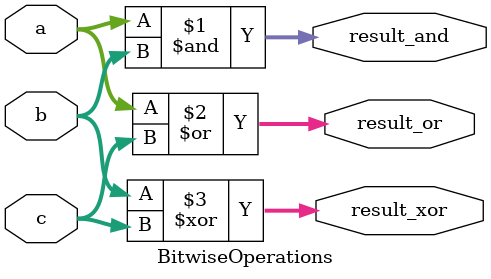
<source format=sv>
module BitwiseOperations (
    input logic [7:0] a,
    input logic [7:0] b,
    input logic [7:0] c,
    output logic [7:0] result_and,
    output logic [7:0] result_or,
    output logic [7:0] result_xor
);
    assign result_and = a & b;
    assign result_or = a | c;
    assign result_xor = b ^ c;
endmodule


</source>
